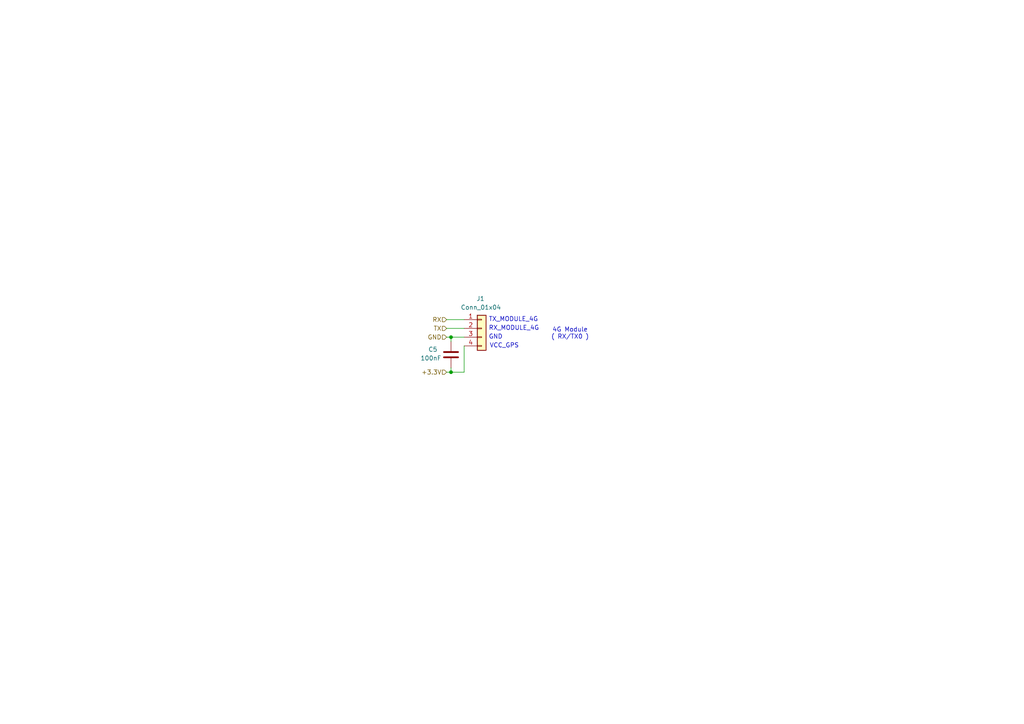
<source format=kicad_sch>
(kicad_sch (version 20250114) (generator "eeschema") (generator_version "9.0")
  (paper "A4")
  (lib_symbols
    (symbol "Connector_Generic:Conn_01x04" (pin_names (offset 1.016) (hide yes))
      (property "Reference" "J" (at 0 5.08 0))
      (property "Value" "Conn_01x04" (at 0 -7.62 0))
      (symbol "Conn_01x04_1_1"
        (rectangle (start -1.27 3.81) (end 1.27 -6.35) (stroke (width 0.254)) (fill (type background)))
        (rectangle (start -1.27 2.667) (end 0 2.413) (stroke (width 0.1524)))
        (rectangle (start -1.27 0.127) (end 0 -0.127) (stroke (width 0.1524)))
        (rectangle (start -1.27 -2.413) (end 0 -2.667) (stroke (width 0.1524)))
        (rectangle (start -1.27 -4.953) (end 0 -5.207) (stroke (width 0.1524)))
        (pin passive line (at -5.08 2.54 0) (length 3.81) (name "Pin_1") (number "1"))
        (pin passive line (at -5.08 0 0) (length 3.81) (name "Pin_2") (number "2"))
        (pin passive line (at -5.08 -2.54 0) (length 3.81) (name "Pin_3") (number "3"))
        (pin passive line (at -5.08 -5.08 0) (length 3.81) (name "Pin_4") (number "4"))
      )
    )
    (symbol "Device:C" (pin_numbers (hide yes)) (pin_names (offset 0.254))
      (property "Reference" "C" (at 0.635 2.54 0))
      (property "Value" "C" (at 0.635 -2.54 0))
      (symbol "C_0_1"
        (polyline (pts (xy -2.032 0.762) (xy 2.032 0.762)) (stroke (width 0.508)))
        (polyline (pts (xy -2.032 -0.762) (xy 2.032 -0.762)) (stroke (width 0.508)))
      )
      (symbol "C_1_1"
        (pin passive line (at 0 3.81 270) (length 2.794) (name "~") (number "1"))
        (pin passive line (at 0 -3.81 90) (length 2.794) (name "~") (number "2"))
      )
    )
  )
  (text "GND" (at 141.732 97.79 0) (effects (font (size 1.27 1.27)) (justify left)))
  (text "4G Module\n( RX/TX0 )" (at 165.354 96.774 0) (effects (font (size 1.27 1.27))))
  (text "RX_MODULE_4G\n" (at 141.732 95.25 0) (effects (font (size 1.27 1.27)) (justify left)))
  (text "VCC_GPS\n" (at 141.986 100.33 0) (effects (font (size 1.27 1.27)) (justify left)))
  (text "TX_MODULE_4G\n" (at 141.732 92.71 0) (effects (font (size 1.27 1.27)) (justify left)))
  (junction (at 130.81 97.79))
  (junction (at 130.81 107.95))
  (wire (pts (xy 134.62 107.95) (xy 134.62 100.33)))
  (wire (pts (xy 130.81 106.68) (xy 130.81 107.95)))
  (wire (pts (xy 130.81 99.06) (xy 130.81 97.79)))
  (wire (pts (xy 129.54 97.79) (xy 130.81 97.79)))
  (wire (pts (xy 130.81 97.79) (xy 134.62 97.79)))
  (wire (pts (xy 130.81 107.95) (xy 134.62 107.95)))
  (wire (pts (xy 129.54 107.95) (xy 130.81 107.95)))
  (wire (pts (xy 129.54 92.71) (xy 134.62 92.71)))
  (wire (pts (xy 129.54 95.25) (xy 134.62 95.25)))
  (hierarchical_label "+3.3V" (shape input) (at 129.54 107.95 180))
  (hierarchical_label "RX" (shape input) (at 129.54 92.71 180))
  (hierarchical_label "GND" (shape input) (at 129.54 97.79 180))
  (hierarchical_label "TX" (shape input) (at 129.54 95.25 180))
  (symbol (lib_id "Connector_Generic:Conn_01x04") (at 139.7 95.25 0) (unit 1)
    (property "Reference" "J1" (at 138.176 86.614 0) (effects (justify left)))
    (property "Value" "Conn_01x04" (at 133.604 89.154 0) (effects (justify left)))
    (property "Description" "Generic connector, single row, 01x04, script generated (kicad-library-utils/schlib/autogen/connector/)" (effects (hide yes)))
  )
  (symbol (lib_id "Device:C") (at 130.81 102.87 0) (unit 1)
    (property "Reference" "C5" (at 124.206 101.346 0) (effects (justify left)))
    (property "Value" "100nF" (at 121.92 103.886 0) (effects (justify left)))
    (property "Description" "Unpolarized capacitor" (effects (hide yes)))
  )
)
</source>
